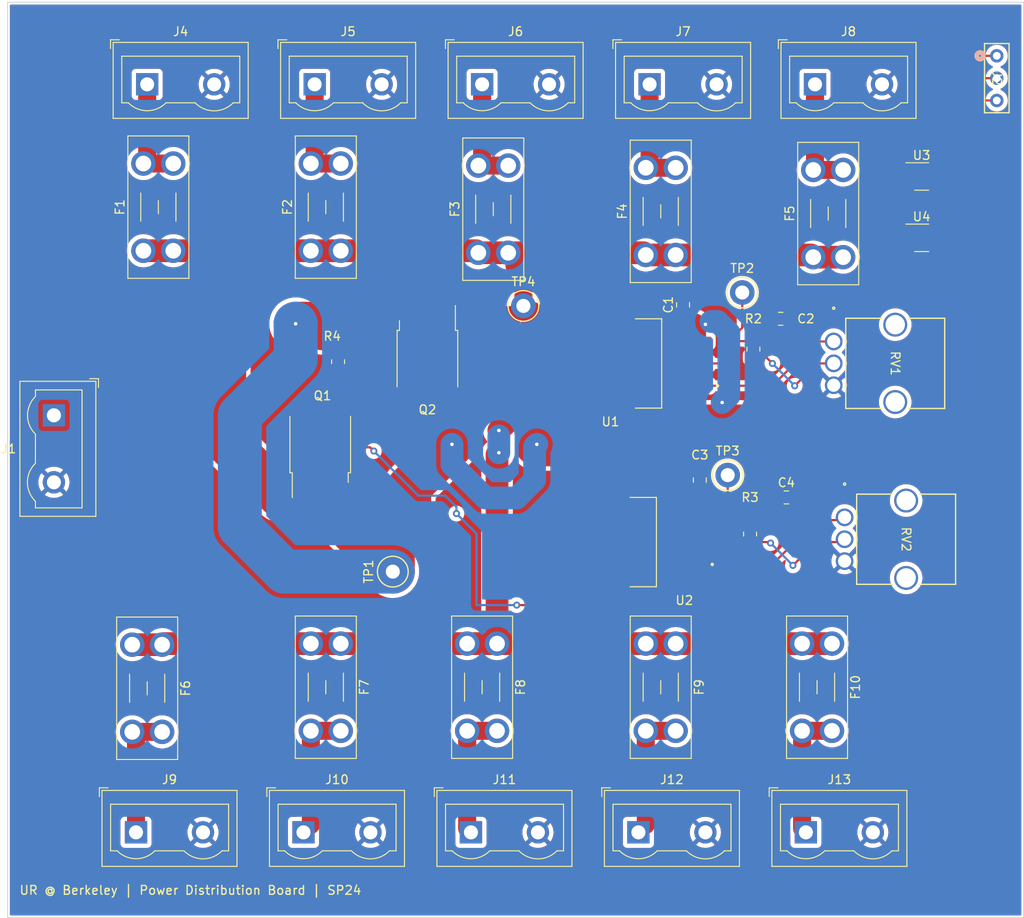
<source format=kicad_pcb>
(kicad_pcb (version 20221018) (generator pcbnew)
  (layers (0 "F.Cu" jumper) (31 "B.Cu" mixed) (34 "B.Paste" user) (35 "F.Paste" user) (36 "B.SilkS" user "B.Silkscreen") (37 "F.SilkS" user "F.Silkscreen") (38 "B.Mask" user) (39 "F.Mask" user) (44 "Edge.Cuts" user))
  (net 0 "")
  (net 1 "Fuse_V_Bat")
  (net 2 "GND")
  (net 3 "+3.3V")
  (net 4 "+5V")
  (net 5 "V_ESC")
  (net 6 "Net-(J4-Pin_1)")
  (net 7 "Net-(J5-Pin_1)")
  (net 8 "Net-(J6-Pin_1)")
  (net 9 "Net-(J7-Pin_1)")
  (net 10 "Net-(J8-Pin_1)")
  (net 11 "Net-(J9-Pin_1)")
  (net 12 "Net-(J10-Pin_1)")
  (net 13 "Net-(J11-Pin_1)")
  (net 14 "Net-(J12-Pin_1)")
  (net 15 "Net-(J13-Pin_1)")
  (net 16 "/Kill Switch")
  (net 17 "Temp_1_Output")
  (net 18 "Temp_2_Output")
  (net 19 "/Virtual_Switch")
  (net 20 "Net-(Q2-G)")
  (net 21 "Net-(R2-Pad2)")
  (net 22 "Net-(R3-Pad2)")
  (net 23 "Net-(U1-ADJ)")
  (net 24 "Net-(U2-ADJ)")
  (footprint "Resistor_SMD:R_0805_2012Metric" (layer "F.Cu") (at 173.736 77.5625 -90)
    (fp_text reference "R2" (at -3.4525 0 -180) (layer "F.SilkS"))
    (fp_text value "100 Ohm")
    (pad "1" smd roundrect (at -0.9125 0 270) (size 1.025 1.4) (layers "F.Cu" "F.Paste" "F.Mask") (roundrect_rratio 0.243902439) (net 3 "+3.3V"))
    (pad "2" smd roundrect (at 0.9125 0 270) (size 1.025 1.4) (layers "F.Cu" "F.Paste" "F.Mask") (roundrect_rratio 0.243902439) (net 21 "Net-(R2-Pad2)"))
  )
  (footprint "Fuse:Fuseholder_Blade_Mini_Keystone_3568" (layer "F.Cu") (at 106.475 111.18 -90)
    (fp_text reference "F6" (at 4.96 -2.67 90) (layer "F.SilkS"))
    (fp_text value "3568")
    (pad "1" thru_hole circle (at 0 0 270) (size 2.78 2.78) (drill 1.78) (layers "*.Cu" "*.Mask") (net 5 "V_ESC"))
    (pad "1" thru_hole circle (at 0 3.4 270) (size 2.78 2.78) (drill 1.78) (layers "*.Cu" "*.Mask") (net 5 "V_ESC"))
    (pad "2" thru_hole circle (at 9.92 0 270) (size 2.78 2.78) (drill 1.78) (layers "*.Cu" "*.Mask") (net 11 "Net-(J9-Pin_1)"))
    (pad "2" thru_hole circle (at 9.92 3.4 270) (size 2.78 2.78) (drill 1.78) (layers "*.Cu" "*.Mask") (net 11 "Net-(J9-Pin_1)"))
  )
  (footprint "Resistor_SMD:R_0805_2012Metric" (layer "F.Cu") (at 173.355 98.5975 -90)
    (fp_text reference "R3" (at -4.1675 0 -180) (layer "F.SilkS"))
    (fp_text value "100 Ohm")
    (pad "1" smd roundrect (at -0.9125 0 270) (size 1.025 1.4) (layers "F.Cu" "F.Paste" "F.Mask") (roundrect_rratio 0.243902439) (net 4 "+5V"))
    (pad "2" smd roundrect (at 0.9125 0 270) (size 1.025 1.4) (layers "F.Cu" "F.Paste" "F.Mask") (roundrect_rratio 0.243902439) (net 22 "Net-(R3-Pad2)"))
  )
  (footprint "TerminalBlock:TerminalBlock_Wuerth_691311400102_P7.62mm" (layer "F.Cu") (at 141.605 132.53)
    (fp_text reference "J11" (at 3.81 -6) (layer "F.SilkS"))
    (fp_text value "Screw_Terminal_01x02")
    (pad "1" thru_hole rect (at 0 0) (size 2.54 2.54) (drill 1.6) (layers "*.Cu" "*.Mask") (net 13 "Net-(J11-Pin_1)"))
    (pad "2" thru_hole circle (at 7.62 0) (size 2.54 2.54) (drill 1.6) (layers "*.Cu" "*.Mask") (net 2 "GND"))
  )
  (footprint "Resistor_SMD:R_0805_2012Metric" (layer "F.Cu") (at 126.492 78.994 90)
    (fp_text reference "R4" (at 2.8975 -0.67 180) (layer "F.SilkS"))
    (fp_text value "100 Ohm")
    (pad "1" smd roundrect (at -0.9125 0 90) (size 1.025 1.4) (layers "F.Cu" "F.Paste" "F.Mask") (roundrect_rratio 0.243902439) (net 20 "Net-(Q2-G)"))
    (pad "2" smd roundrect (at 0.9125 0 90) (size 1.025 1.4) (layers "F.Cu" "F.Paste" "F.Mask") (roundrect_rratio 0.243902439) (net 1 "Fuse_V_Bat"))
  )
  (footprint "Fuse:Fuseholder_Blade_Mini_Keystone_3568" (layer "F.Cu") (at 164.895 111.06 -90)
    (fp_text reference "F9" (at 4.96 -2.67 90) (layer "F.SilkS"))
    (fp_text value "3568")
    (pad "1" thru_hole circle (at 0 0 270) (size 2.78 2.78) (drill 1.78) (layers "*.Cu" "*.Mask") (net 5 "V_ESC"))
    (pad "1" thru_hole circle (at 0 3.4 270) (size 2.78 2.78) (drill 1.78) (layers "*.Cu" "*.Mask") (net 5 "V_ESC"))
    (pad "2" thru_hole circle (at 9.92 0 270) (size 2.78 2.78) (drill 1.78) (layers "*.Cu" "*.Mask") (net 14 "Net-(J12-Pin_1)"))
    (pad "2" thru_hole circle (at 9.92 3.4 270) (size 2.78 2.78) (drill 1.78) (layers "*.Cu" "*.Mask") (net 14 "Net-(J12-Pin_1)"))
  )
  (footprint "TerminalBlock:TerminalBlock_Wuerth_691311400102_P7.62mm" (layer "F.Cu") (at 179.705 132.53)
    (fp_text reference "J13" (at 3.81 -6) (layer "F.SilkS"))
    (fp_text value "Screw_Terminal_01x02")
    (pad "1" thru_hole rect (at 0 0) (size 2.54 2.54) (drill 1.6) (layers "*.Cu" "*.Mask") (net 15 "Net-(J13-Pin_1)"))
    (pad "2" thru_hole circle (at 7.62 0) (size 2.54 2.54) (drill 1.6) (layers "*.Cu" "*.Mask") (net 2 "GND"))
  )
  (footprint "TerminalBlock:TerminalBlock_Wuerth_691311400102_P7.62mm" (layer "F.Cu") (at 103.505 132.53)
    (fp_text reference "J9" (at 3.81 -6) (layer "F.SilkS"))
    (fp_text value "Screw_Terminal_01x02")
    (pad "1" thru_hole rect (at 0 0) (size 2.54 2.54) (drill 1.6) (layers "*.Cu" "*.Mask") (net 11 "Net-(J9-Pin_1)"))
    (pad "2" thru_hole circle (at 7.62 0) (size 2.54 2.54) (drill 1.6) (layers "*.Cu" "*.Mask") (net 2 "GND"))
  )
  (footprint "TerminalBlock:TerminalBlock_Wuerth_691311400102_P7.62mm" (layer "F.Cu") (at 122.555 132.53)
    (fp_text reference "J10" (at 3.81 -6) (layer "F.SilkS"))
    (fp_text value "Screw_Terminal_01x02")
    (pad "1" thru_hole rect (at 0 0) (size 2.54 2.54) (drill 1.6) (layers "*.Cu" "*.Mask") (net 12 "Net-(J10-Pin_1)"))
    (pad "2" thru_hole circle (at 7.62 0) (size 2.54 2.54) (drill 1.6) (layers "*.Cu" "*.Mask") (net 2 "GND"))
  )
  (footprint "Capacitor_SMD:C_0805_2012Metric" (layer "F.Cu") (at 165.735 72.52 90)
    (fp_text reference "C1" (at 0 -1.68 90) (layer "F.SilkS"))
    (fp_text value "10 uF")
    (pad "1" smd roundrect (at -0.95 0 90) (size 1 1.45) (layers "F.Cu" "F.Paste" "F.Mask") (net 1 "Fuse_V_Bat"))
    (pad "2" smd roundrect (at 0.95 0 90) (size 1 1.45) (layers "F.Cu" "F.Paste" "F.Mask") (net 2 "GND"))
  )
  (footprint "TerminalBlock:TerminalBlock_Wuerth_691311400102_P7.62mm" (layer "F.Cu") (at 180.745 47.44)
    (fp_text reference "J8" (at 3.81 -6) (layer "F.SilkS"))
    (fp_text value "Screw_Terminal_01x02")
    (pad "1" thru_hole rect (at 0 0) (size 2.54 2.54) (drill 1.6) (layers "*.Cu" "*.Mask") (net 10 "Net-(J8-Pin_1)"))
    (pad "2" thru_hole circle (at 7.62 0) (size 2.54 2.54) (drill 1.6) (layers "*.Cu" "*.Mask") (net 2 "GND"))
  )
  (footprint "Fuse:Fuseholder_Blade_Mini_Keystone_3568" (layer "F.Cu") (at 144.575 111.06 -90)
    (fp_text reference "F8" (at 4.96 -2.67 90) (layer "F.SilkS"))
    (fp_text value "3568")
    (pad "1" thru_hole circle (at 0 0 270) (size 2.78 2.78) (drill 1.78) (layers "*.Cu" "*.Mask") (net 5 "V_ESC"))
    (pad "1" thru_hole circle (at 0 3.4 270) (size 2.78 2.78) (drill 1.78) (layers "*.Cu" "*.Mask") (net 5 "V_ESC"))
    (pad "2" thru_hole circle (at 9.92 0 270) (size 2.78 2.78) (drill 1.78) (layers "*.Cu" "*.Mask") (net 13 "Net-(J11-Pin_1)"))
    (pad "2" thru_hole circle (at 9.92 3.4 270) (size 2.78 2.78) (drill 1.78) (layers "*.Cu" "*.Mask") (net 13 "Net-(J11-Pin_1)"))
  )
  (footprint "TestPoint:TestPoint_Keystone_5005-5009_Compact" (layer "F.Cu") (at 147.574 72.644)
    (fp_text reference "TP4" (at 0 -2.75) (layer "F.SilkS"))
    (fp_text value "TestPoint")
    (pad "1" thru_hole circle (at 0 0) (size 2.8 2.8) (drill 1.6) (layers "*.Cu" "*.Mask") (net 5 "V_ESC"))
  )
  (footprint "TerminalBlock:TerminalBlock_Wuerth_691311400102_P7.62mm" (layer "F.Cu") (at 160.655 132.53)
    (fp_text reference "J12" (at 3.81 -6) (layer "F.SilkS"))
    (fp_text value "Screw_Terminal_01x02")
    (pad "1" thru_hole rect (at 0 0) (size 2.54 2.54) (drill 1.6) (layers "*.Cu" "*.Mask") (net 14 "Net-(J12-Pin_1)"))
    (pad "2" thru_hole circle (at 7.62 0) (size 2.54 2.54) (drill 1.6) (layers "*.Cu" "*.Mask") (net 2 "GND"))
  )
  (footprint "PTV:PTV09A-4015F-B104_BRN" (layer "F.Cu") (at 184.109614 96.6978 -90)
    (fp_text reference "RV2" (at 2.4892 -6.999986 -90 unlocked) (layer "F.SilkS"))
    (fp_text value "R_Potentiometer")
    (pad "1" thru_hole circle (at 0 0 270) (size 2.0066 2.0066) (drill 1.4986) (layers "*.Cu" "*.Mask") (net 24 "Net-(U2-ADJ)"))
    (pad "2" thru_hole circle (at 2.4892 0 270) (size 2.0066 2.0066) (drill 1.4986) (layers "*.Cu" "*.Mask") (net 22 "Net-(R3-Pad2)"))
    (pad "3" thru_hole circle (at 4.9784 0 270) (size 2.0066 2.0066) (drill 1.4986) (layers "*.Cu" "*.Mask") (net 2 "GND"))
    (pad "4" thru_hole circle (at -1.911 -7 270) (size 2.7178 2.7178) (drill 2.2098) (layers "*.Cu" "*.Mask"))
    (pad "5" thru_hole circle (at 6.8894 -7 270) (size 2.7178 2.7178) (drill 2.2098) (layers "*.Cu" "*.Mask"))
  )
  (footprint "LM1085ISX_ADJ_NOPB (1):TO254P1524X483-4N" (layer "F.Cu") (at 160.055 99.51 180)
    (fp_text reference "U2" (at -5.825 -6.635) (layer "F.SilkS"))
    (fp_text value "LM1085-ADJ")
    (pad "1" smd roundrect (at -6.4 -2.54 180) (size 3.79 0.99) (layers "F.Cu" "F.Paste" "F.Mask") (roundrect_rratio 0.12) (net 24 "Net-(U2-ADJ)"))
    (pad "2" smd roundrect (at -6.4 0 180) (size 3.79 0.99) (layers "F.Cu" "F.Paste" "F.Mask") (roundrect_rratio 0.12) (net 4 "+5V"))
    (pad "3" smd roundrect (at -6.4 2.54 180) (size 3.79 0.99) (layers "F.Cu" "F.Paste" "F.Mask") (roundrect_rratio 0.12) (net 1 "Fuse_V_Bat"))
    (pad "4" smd rect (at 4.48 0 180) (size 7.62 10.84) (layers "F.Cu" "F.Mask"))
  )
  (footprint "TestPoint:TestPoint_Keystone_5005-5009_Compact" (layer "F.Cu") (at 170.815 91.89)
    (fp_text reference "TP3" (at 0 -2.75) (layer "F.SilkS"))
    (fp_text value "TestPoint")
    (pad "1" thru_hole circle (at 0 0) (size 2.8 2.8) (drill 1.6) (layers "*.Cu" "*.Mask") (net 4 "+5V"))
  )
  (footprint "TestPoint:TestPoint_Keystone_5005-5009_Compact" (layer "F.Cu") (at 132.715 102.87 90)
    (fp_text reference "TP1" (at 0 -2.75 90) (layer "F.SilkS"))
    (fp_text value "TestPoint")
    (pad "1" thru_hole circle (at 0 0 90) (size 2.8 2.8) (drill 1.6) (layers "*.Cu" "*.Mask") (net 1 "Fuse_V_Bat"))
  )
  (footprint "Capacitor_SMD:C_0805_2012Metric" (layer "F.Cu") (at 176.845 74.11)
    (fp_text reference "C2" (at 2.86 0 180) (layer "F.SilkS"))
    (fp_text value "10 uF")
    (pad "1" smd roundrect (at -0.95 0) (size 1 1.45) (layers "F.Cu" "F.Paste" "F.Mask") (net 3 "+3.3V"))
    (pad "2" smd roundrect (at 0.95 0) (size 1 1.45) (layers "F.Cu" "F.Paste" "F.Mask") (net 2 "GND"))
  )
  (footprint "Capacitor_SMD:C_0805_2012Metric" (layer "F.Cu") (at 177.485 94.43)
    (fp_text reference "C4" (at 0 -1.68) (layer "F.SilkS"))
    (fp_text value "10 uF")
    (pad "1" smd roundrect (at -0.95 0) (size 1 1.45) (layers "F.Cu" "F.Paste" "F.Mask") (net 4 "+5V"))
    (pad "2" smd roundrect (at 0.95 0) (size 1 1.45) (layers "F.Cu" "F.Paste" "F.Mask") (net 2 "GND"))
  )
  (footprint "TerminalBlock:TerminalBlock_Wuerth_691311400102_P7.62mm" (layer "F.Cu") (at 142.875 47.44)
    (fp_text reference "J6" (at 3.81 -6) (layer "F.SilkS"))
    (fp_text value "Screw_Terminal_01x02")
    (pad "1" thru_hole rect (at 0 0) (size 2.54 2.54) (drill 1.6) (layers "*.Cu" "*.Mask") (net 8 "Net-(J6-Pin_1)"))
    (pad "2" thru_hole circle (at 7.62 0) (size 2.54 2.54) (drill 1.6) (layers "*.Cu" "*.Mask") (net 2 "GND"))
  )
  (footprint "Fuse:Fuseholder_Blade_Mini_Keystone_3568" (layer "F.Cu") (at 161.495 66.85 90)
    (fp_text reference "F4" (at 4.96 -2.67 90) (layer "F.SilkS"))
    (fp_text value "3568")
    (pad "1" thru_hole circle (at 0 0 90) (size 2.78 2.78) (drill 1.78) (layers "*.Cu" "*.Mask") (net 5 "V_ESC"))
    (pad "1" thru_hole circle (at 0 3.4 90) (size 2.78 2.78) (drill 1.78) (layers "*.Cu" "*.Mask") (net 5 "V_ESC"))
    (pad "2" thru_hole circle (at 9.92 0 90) (size 2.78 2.78) (drill 1.78) (layers "*.Cu" "*.Mask") (net 9 "Net-(J7-Pin_1)"))
    (pad "2" thru_hole circle (at 9.92 3.4 90) (size 2.78 2.78) (drill 1.78) (layers "*.Cu" "*.Mask") (net 9 "Net-(J7-Pin_1)"))
  )
  (footprint "Fuse:Fuseholder_Blade_Mini_Keystone_3568" (layer "F.Cu") (at 104.345 66.37 90)
    (fp_text reference "F1" (at 4.96 -2.67 90) (layer "F.SilkS"))
    (fp_text value "3568")
    (pad "1" thru_hole circle (at 0 0 90) (size 2.78 2.78) (drill 1.78) (layers "*.Cu" "*.Mask") (net 5 "V_ESC"))
    (pad "1" thru_hole circle (at 0 3.4 90) (size 2.78 2.78) (drill 1.78) (layers "*.Cu" "*.Mask") (net 5 "V_ESC"))
    (pad "2" thru_hole circle (at 9.92 0 90) (size 2.78 2.78) (drill 1.78) (layers "*.Cu" "*.Mask") (net 6 "Net-(J4-Pin_1)"))
    (pad "2" thru_hole circle (at 9.92 3.4 90) (size 2.78 2.78) (drill 1.78) (layers "*.Cu" "*.Mask") (net 6 "Net-(J4-Pin_1)"))
  )
  (footprint "Fuse:Fuseholder_Blade_Mini_Keystone_3568" (layer "F.Cu") (at 180.545 67.1 90)
    (fp_text reference "F5" (at 4.96 -2.67 90) (layer "F.SilkS"))
    (fp_text value "3568")
    (pad "1" thru_hole circle (at 0 0 90) (size 2.78 2.78) (drill 1.78) (layers "*.Cu" "*.Mask") (net 5 "V_ESC"))
    (pad "1" thru_hole circle (at 0 3.4 90) (size 2.78 2.78) (drill 1.78) (layers "*.Cu" "*.Mask") (net 5 "V_ESC"))
    (pad "2" thru_hole circle (at 9.92 0 90) (size 2.78 2.78) (drill 1.78) (layers "*.Cu" "*.Mask") (net 10 "Net-(J8-Pin_1)"))
    (pad "2" thru_hole circle (at 9.92 3.4 90) (size 2.78 2.78) (drill 1.78) (layers "*.Cu" "*.Mask") (net 10 "Net-(J8-Pin_1)"))
  )
  (footprint "Package_TO_SOT_SMD:TO-252-2" (layer "F.Cu") (at 136.652 78.74 -90)
    (fp_text reference "Q2" (at 5.715 0) (layer "F.SilkS"))
    (fp_text value "NMOS")
    (pad "1" smd roundrect (at -5.04 -2.28 270) (size 2.2 1.2) (layers "F.Cu" "F.Paste" "F.Mask") (roundrect_rratio 0.2083333333) (net 5 "V_ESC"))
    (pad "2" smd roundrect (at -0.415 -1.525 270) (size 3.05 2.75) (layers "F.Cu" "F.Paste") (roundrect_rratio 0.09090909091) (net 20 "Net-(Q2-G)"))
    (pad "2" smd roundrect (at -0.415 1.525 270) (size 3.05 2.75) (layers "F.Cu" "F.Paste") (roundrect_rratio 0.09090909091) (net 20 "Net-(Q2-G)"))
    (pad "2" smd roundrect (at 1.26 0 270) (size 6.4 5.8) (layers "F.Cu" "F.Mask") (roundrect_rratio 0.04310293103) (net 20 "Net-(Q2-G)"))
    (pad "2" smd roundrect (at 2.935 -1.525 270) (size 3.05 2.75) (layers "F.Cu" "F.Paste") (roundrect_rratio 0.09090909091) (net 20 "Net-(Q2-G)"))
    (pad "2" smd roundrect (at 2.935 1.525 270) (size 3.05 2.75) (layers "F.Cu" "F.Paste") (roundrect_rratio 0.09090909091) (net 20 "Net-(Q2-G)"))
    (pad "3" smd roundrect (at -5.04 2.28 270) (size 2.2 1.2) (layers "F.Cu" "F.Paste" "F.Mask") (roundrect_rratio 0.2083333333) (net 1 "Fuse_V_Bat"))
  )
  (footprint "Package_TO_SOT_SMD:SOT-23-3" (layer "F.Cu") (at 192.8725 57.92)
    (fp_text reference "U3" (at 0 -2.4) (layer "F.SilkS"))
    (fp_text value "MCP9700x-ETT")
    (pad "1" smd roundrect (at -1.1375 -0.95) (size 1.325 0.6) (layers "F.Cu" "F.Paste" "F.Mask") (net 3 "+3.3V"))
    (pad "2" smd roundrect (at -1.1375 0.95) (size 1.325 0.6) (layers "F.Cu" "F.Paste" "F.Mask") (net 17 "Temp_1_Output"))
    (pad "3" smd roundrect (at 1.1375 0) (size 1.325 0.6) (layers "F.Cu" "F.Paste" "F.Mask") (net 2 "GND"))
  )
  (footprint "Fuse:Fuseholder_Blade_Mini_Keystone_3568" (layer "F.Cu") (at 126.795 111.06 -90)
    (fp_text reference "F7" (at 4.96 -2.67 90) (layer "F.SilkS"))
    (fp_text value "3568")
    (pad "1" thru_hole circle (at 0 0 270) (size 2.78 2.78) (drill 1.78) (layers "*.Cu" "*.Mask") (net 5 "V_ESC"))
    (pad "1" thru_hole circle (at 0 3.4 270) (size 2.78 2.78) (drill 1.78) (layers "*.Cu" "*.Mask") (net 5 "V_ESC"))
    (pad "2" thru_hole circle (at 9.92 0 270) (size 2.78 2.78) (drill 1.78) (layers "*.Cu" "*.Mask") (net 12 "Net-(J10-Pin_1)"))
    (pad "2" thru_hole circle (at 9.92 3.4 270) (size 2.78 2.78) (drill 1.78) (layers "*.Cu" "*.Mask") (net 12 "Net-(J10-Pin_1)"))
  )
  (footprint "TestPoint:TestPoint_Keystone_5005-5009_Compact" (layer "F.Cu") (at 172.466 71.12)
    (fp_text reference "TP2" (at 0 -2.75) (layer "F.SilkS"))
    (fp_text value "TestPoint")
    (pad "1" thru_hole circle (at 0 0) (size 2.8 2.8) (drill 1.6) (layers "*.Cu" "*.Mask") (net 3 "+3.3V"))
  )
  (footprint "LM1085ISX_ADJ_NOPB (1):TO254P1524X483-4N" (layer "F.Cu") (at 160.655 79.19 180)
    (fp_text reference "U1" (at 3.175 -6.635) (layer "F.SilkS"))
    (fp_text value "LM1085-ADJ")
    (pad "1" smd roundrect (at -6.4 -2.54 180) (size 3.79 0.99) (layers "F.Cu" "F.Paste" "F.Mask") (roundrect_rratio 0.12) (net 23 "Net-(U1-ADJ)"))
    (pad "2" smd roundrect (at -6.4 0 180) (size 3.79 0.99) (layers "F.Cu" "F.Paste" "F.Mask") (roundrect_rratio 0.12) (net 3 "+3.3V"))
    (pad "3" smd roundrect (at -6.4 2.54 180) (size 3.79 0.99) (layers "F.Cu" "F.Paste" "F.Mask") (roundrect_rratio 0.12) (net 1 "Fuse_V_Bat"))
    (pad "4" smd rect (at 4.48 0 180) (size 7.62 10.84) (layers "F.Cu" "F.Mask"))
  )
  (footprint "Package_TO_SOT_SMD:SOT-23-3" (layer "F.Cu") (at 192.8725 64.9)
    (fp_text reference "U4" (at 0 -2.4) (layer "F.SilkS"))
    (fp_text value "MCP9700x-ETT")
    (pad "1" smd roundrect (at -1.1375 -0.95) (size 1.325 0.6) (layers "F.Cu" "F.Paste" "F.Mask") (net 3 "+3.3V"))
    (pad "2" smd roundrect (at -1.1375 0.95) (size 1.325 0.6) (layers "F.Cu" "F.Paste" "F.Mask") (net 18 "Temp_2_Output"))
    (pad "3" smd roundrect (at 1.1375 0) (size 1.325 0.6) (layers "F.Cu" "F.Paste" "F.Mask") (net 2 "GND"))
  )
  (footprint "TerminalBlock:TerminalBlock_Wuerth_691311400102_P7.62mm" (layer "F.Cu") (at 94.165 85.09 -90)
    (fp_text reference "J1" (at 3.81 5.15 -180) (layer "F.SilkS"))
    (fp_text value "Screw_Terminal_01x02")
    (pad "1" thru_hole rect (at 0 0 270) (size 2.54 2.54) (drill 1.6) (layers "*.Cu" "*.Mask") (net 16 "/Kill Switch"))
    (pad "2" thru_hole circle (at 7.62 0 270) (size 2.54 2.54) (drill 1.6) (layers "*.Cu" "*.Mask") (net 2 "GND"))
  )
  (footprint "Capacitor_SMD:C_0805_2012Metric" (layer "F.Cu") (at 167.64 92.456 90)
    (fp_text reference "C3" (at 2.855 0 180) (layer "F.SilkS"))
    (fp_text value "10 uF")
    (pad "1" smd roundrect (at -0.95 0 90) (size 1 1.45) (layers "F.Cu" "F.Paste" "F.Mask") (net 1 "Fuse_V_Bat"))
    (pad "2" smd roundrect (at 0.95 0 90) (size 1 1.45) (layers "F.Cu" "F.Paste" "F.Mask") (net 2 "GND"))
  )
  (footprint "TerminalBlock:TerminalBlock_Wuerth_691311400102_P7.62mm" (layer "F.Cu") (at 123.825 47.44)
    (fp_text reference "J5" (at 3.81 -6) (layer "F.SilkS"))
    (fp_text value "Screw_Terminal_01x02")
    (pad "1" thru_hole rect (at 0 0) (size 2.54 2.54) (drill 1.6) (layers "*.Cu" "*.Mask") (net 7 "Net-(J5-Pin_1)"))
    (pad "2" thru_hole circle (at 7.62 0) (size 2.54 2.54) (drill 1.6) (layers "*.Cu" "*.Mask") (net 2 "GND"))
  )
  (footprint "Fuse:Fuseholder_Blade_Mini_Keystone_3568" (layer "F.Cu") (at 182.675 111.06 -90)
    (fp_text reference "F10" (at 4.96 -2.67 90) (layer "F.SilkS"))
    (fp_text value "3568")
    (pad "1" thru_hole circle (at 0 0 270) (size 2.78 2.78) (drill 1.78) (layers "*.Cu" "*.Mask") (net 5 "V_ESC"))
    (pad "1" thru_hole circle (at 0 3.4 270) (size 2.78 2.78) (drill 1.78) (layers "*.Cu" "*.Mask") (net 5 "V_ESC"))
    (pad "2" thru_hole circle (at 9.92 0 270) (size 2.78 2.78) (drill 1.78) (layers "*.Cu" "*.Mask") (net 15 "Net-(J13-Pin_1)"))
    (pad "2" thru_hole circle (at 9.92 3.4 270) (size 2.78 2.78) (drill 1.78) (layers "*.Cu" "*.Mask") (net 15 "Net-(J13-Pin_1)"))
  )
  (footprint "3Connector:CON3_1X3_TU_SLW_SAI" (layer "F.Cu") (at 201.422 46.736 -90)
    (fp_text reference "J2" (at 0 0 -90 unlocked) (layer "F.SilkS"))
    (fp_text value "Conn_01x03")
    (pad "1" thru_hole circle (at -2.54 0) (size 1.524 1.524) (drill 0.889) (layers "*.Cu" "*.Mask") (net 17 "Temp_1_Output"))
    (pad "2" thru_hole circle (at 0 0) (size 1.524 1.524) (drill 0.889) (layers "*.Cu" "*.Mask") (net 18 "Temp_2_Output"))
    (pad "3" thru_hole circle (at 2.54 0) (size 1.524 1.524) (drill 0.889) (layers "*.Cu" "*.Mask") (net 19 "/Virtual_Switch"))
  )
  (footprint "PTV:PTV09A-4015F-B104_BRN" (layer "F.Cu") (at 182.87 76.69 -90)
    (fp_text reference "RV1" (at 2.4892 -6.999986 -90 unlocked) (layer "F.SilkS"))
    (fp_text value "R_Potentiometer")
    (pad "1" thru_hole circle (at 0 0 270) (size 2.0066 2.0066) (drill 1.4986) (layers "*.Cu" "*.Mask") (net 23 "Net-(U1-ADJ)"))
    (pad "2" thru_hole circle (at 2.4892 0 270) (size 2.0066 2.0066) (drill 1.4986) (layers "*.Cu" "*.Mask") (net 21 "Net-(R2-Pad2)"))
    (pad "3" thru_hole circle (at 4.9784 0 270) (size 2.0066 2.0066) (drill 1.4986) (layers "*.Cu" "*.Mask") (net 2 "GND"))
    (pad "4" thru_hole circle (at -1.911 -7 270) (size 2.7178 2.7178) (drill 2.2098) (layers "*.Cu" "*.Mask"))
    (pad "5" thru_hole circle (at 6.8894 -7 270) (size 2.7178 2.7178) (drill 2.2098) (layers "*.Cu" "*.Mask"))
  )
  (footprint "TerminalBlock:TerminalBlock_Wuerth_691311400102_P7.62mm" (layer "F.Cu") (at 104.775 47.44)
    (fp_text reference "J4" (at 3.81 -6) (layer "F.SilkS"))
    (fp_text value "Screw_Terminal_01x02")
    (pad "1" thru_hole rect (at 0 0) (size 2.54 2.54) (drill 1.6) (layers "*.Cu" "*.Mask") (net 6 "Net-(J4-Pin_1)"))
    (pad "2" thru_hole circle (at 7.62 0) (size 2.54 2.54) (drill 1.6) (layers "*.Cu" "*.Mask") (net 2 "GND"))
  )
  (footprint "Package_TO_SOT_SMD:TO-252-2" (layer "F.Cu") (at 124.46 88.314 90)
    (fp_text reference "Q1" (at 5.45 0.255 180) (layer "F.SilkS"))
    (fp_text value "PMOS")
    (pad "1" smd roundrect (at -5.04 -2.28 90) (size 2.2 1.2) (layers "F.Cu" "F.Paste" "F.Mask") (roundrect_rratio 0.2083333333) (net 16 "/Kill Switch"))
    (pad "2" smd roundrect (at -0.415 -1.525 90) (size 3.05 2.75) (layers "F.Cu" "F.Paste") (roundrect_rratio 0.09090909091) (net 19 "/Virtual_Switch"))
    (pad "2" smd roundrect (at -0.415 1.525 90) (size 3.05 2.75) (layers "F.Cu" "F.Paste") (roundrect_rratio 0.09090909091) (net 19 "/Virtual_Switch"))
    (pad "2" smd roundrect (at 1.26 0 90) (size 6.4 5.8) (layers "F.Cu" "F.Mask") (roundrect_rratio 0.04310293103) (net 19 "/Virtual_Switch"))
    (pad "2" smd roundrect (at 2.935 -1.525 90) (size 3.05 2.75) (layers "F.Cu" "F.Paste") (roundrect_rratio 0.09090909091) (net 19 "/Virtual_Switch"))
    (pad "2" smd roundrect (at 2.935 1.525 90) (size 3.05 2.75) (layers "F.Cu" "F.Paste") (roundrect_rratio 0.09090909091) (net 19 "/Virtual_Switch"))
    (pad "3" smd roundrect (at -5.04 2.28 90) (size 2.2 1.2) (layers "F.Cu" "F.Paste" "F.Mask") (roundrect_rratio 0.2083333333) (net 1 "Fuse_V_Bat"))
  )
  (footprint "Fuse:Fuseholder_Blade_Mini_Keystone_3568" (layer "F.Cu") (at 142.445 66.6 90)
    (fp_text reference "F3" (at 4.96 -2.67 90) (layer "F.SilkS"))
    (fp_text value "3568")
    (pad "1" thru_hole circle (at 0 0 90) (size 2.78 2.78) (drill 1.78) (layers "*.Cu" "*.Mask") (net 5 "V_ESC"))
    (pad "1" thru_hole circle (at 0 3.4 90) (size 2.78 2.78) (drill 1.78) (layers "*.Cu" "*.Mask") (net 5 "V_ESC"))
    (pad "2" thru_hole circle (at 9.92 0 90) (size 2.78 2.78) (drill 1.78) (layers "*.Cu" "*.Mask") (net 8 "Net-(J6-Pin_1)"))
    (pad "2" thru_hole circle (at 9.92 3.4 90) (size 2.78 2.78) (drill 1.78) (layers "*.Cu" "*.Mask") (net 8 "Net-(J6-Pin_1)"))
  )
  (footprint "Fuse:Fuseholder_Blade_Mini_Keystone_3568" (layer "F.Cu") (at 123.395 66.37 90)
    (fp_text reference "F2" (at 4.96 -2.67 90) (layer "F.SilkS"))
    (fp_text value "3568")
    (pad "1" thru_hole circle (at 0 0 90) (size 2.78 2.78) (drill 1.78) (layers "*.Cu" "*.Mask") (net 5 "V_ESC"))
    (pad "1" thru_hole circle (at 0 3.4 90) (size 2.78 2.78) (drill 1.78) (layers "*.Cu" "*.Mask") (net 5 "V_ESC"))
    (pad "2" thru_hole circle (at 9.92 0 90) (size 2.78 2.78) (drill 1.78) (layers "*.Cu" "*.Mask") (net 7 "Net-(J5-Pin_1)"))
    (pad "2" thru_hole circle (at 9.92 3.4 90) (size 2.78 2.78) (drill 1.78) (layers "*.Cu" "*.Mask") (net 7 "Net-(J5-Pin_1)"))
  )
  (footprint "TerminalBlock:TerminalBlock_Wuerth_691311400102_P7.62mm" (layer "F.Cu") (at 161.925 47.44)
    (fp_text reference "J7" (at 3.81 -6) (layer "F.SilkS"))
    (fp_text value "Screw_Terminal_01x02")
    (pad "1" thru_hole rect (at 0 0) (size 2.54 2.54) (drill 1.6) (layers "*.Cu" "*.Mask") (net 9 "Net-(J7-Pin_1)"))
    (pad "2" thru_hole circle (at 7.62 0) (size 2.54 2.54) (drill 1.6) (layers "*.Cu" "*.Mask") (net 2 "GND"))
  )
  (gr_rect (start 88.9 38.1) (end 204.47 142.24) (stroke (width 0.1)) (fill none) (layer "Edge.Cuts"))
  (gr_text "UR @ Berkeley | Power Distribution Board | SP24\n" (at 90.17 139.7) (layer "F.SilkS") (effects (font (size 1 1)) (justify left bottom)))
  (segment (start 127.4045 78.0815) (end 131.826 73.66) (width 0.25) (layer "F.Cu") (net 1))
  (segment (start 166.116 87.884) (end 161.29 87.884) (width 5) (layer "F.Cu") (net 1))
  (segment (start 170.18 84.328) (end 170.18 83.635) (width 0.25) (layer "F.Cu") (net 1))
  (segment (start 132.715 96.901) (end 134.5825 95.0335) (width 5) (layer "F.Cu") (net 1))
  (segment (start 161.29 87.884) (end 161.29 90.17) (width 2.588) (layer "F.Cu") (net 1))
  (segment (start 165.354 93.218) (end 166.455 94.319) (width 2.588) (layer "F.Cu") (net 1))
  (segment (start 167.055 74.79) (end 167.055 76.2) (width 2.588) (layer "F.Cu") (net 1))
  (segment (start 161.29 90.17) (end 164.338 93.218) (width 2.588) (layer "F.Cu") (net 1))
  (segment (start 172.212 86.36) (end 170.18 84.328) (width 0.25) (layer "F.Cu") (net 1))
  (segment (start 167.0075 74.7425) (end 167.01 74.745) (width 0.25) (layer "F.Cu") (net 1))
  (segment (start 126.492 78.0815) (end 127.4045 78.0815) (width 0.25) (layer "F.Cu") (net 1))
  (segment (start 149.098 88.392) (end 160.782 88.392) (width 5) (layer "F.Cu") (net 1))
  (segment (start 160.782 88.392) (end 161.29 87.884) (width 2.588) (layer "F.Cu") (net 1))
  (segment (start 165.735 73.47) (end 167.0075 74.7425) (width 0.25) (layer "F.Cu") (net 1))
  (segment (start 167.64 86.36) (end 166.116 87.884) (width 5) (layer "F.Cu") (net 1))
  (segment (start 172.212 86.36) (end 167.64 86.36) (width 5) (layer "F.Cu") (net 1))
  (segment (start 134.5825 93.2555) (end 139.446 88.392) (width 5) (layer "F.Cu") (net 1))
  (segment (start 127.508 96.012) (end 127.508 97.663) (width 5) (layer "F.Cu") (net 1))
  (segment (start 127.508 97.663) (end 132.715 102.87) (width 5) (layer "F.Cu") (net 1))
  (segment (start 130.556 73.66) (end 127.889 76.327) (width 5) (layer "F.Cu") (net 1))
  (segment (start 124.206 74.676) (end 124.714 75.184) (width 5) (layer "F.Cu") (net 1))
  (segment (start 132.715 102.87) (end 132.715 96.901) (width 5) (layer "F.Cu") (net 1))
  (segment (start 165.735 93.79) (end 165.163 93.218) (width 0.25) (layer "F.Cu") (net 1))
  (segment (start 167.0075 74.7425) (end 167.055 74.79) (width 0.25) (layer "F.Cu") (net 1))
  (segment (start 134.5825 95.0335) (end 134.5825 93.2555) (width 5) (layer "F.Cu") (net 1))
  (segment (start 121.666 74.676) (end 124.206 74.676) (width 5) (layer "F.Cu") (net 1))
  (segment (start 164.338 93.218) (end 165.354 93.218) (width 2.588) (layer "F.Cu") (net 1))
  (segment (start 131.826 73.66) (end 130.556 73.66) (width 5) (layer "F.Cu") (net 1))
  (segment (start 165.163 93.218) (end 164.338 93.218) (width 0.25) (layer "F.Cu") (net 1))
  (segment (start 166.455 94.319) (end 166.455 96.52) (width 2.588) (layer "F.Cu") (net 1))
  (via (at 121.666 74.676) (size 0.8) (drill 0.4) (layers "F.Cu" "B.Cu") (net 1))
  (via (at 149.098 88.392) (size 0.8) (drill 0.4) (layers "F.Cu" "B.Cu") (net 1))
  (via (at 170.18 83.635) (size 0.8) (drill 0.4) (layers "F.Cu" "B.Cu") (net 1))
  (via (at 168.275 74.745) (size 0.8) (drill 0.4) (layers "F.Cu" "B.Cu") (net 1))
  (via (at 139.446 88.392) (size 0.8) (drill 0.4) (layers "F.Cu" "B.Cu") (net 1))
  (segment (start 148.844 88.646) (end 149.098 88.392) (width 2.588) (layer "B.Cu") (net 1))
  (segment (start 121.666 74.676) (end 121.666 74.93) (width 5) (layer "B.Cu") (net 1))
  (segment (start 168.587 74.745) (end 168.91 74.422) (width 0.25) (layer "B.Cu") (net 1))
  (segment (start 132.715 102.87) (end 120.396 102.87) (width 5) (layer "B.Cu") (net 1))
  (segment (start 143.256 94.488) (end 146.812 94.488) (width 2.588) (layer "B.Cu") (net 1))
  (segment (start 115.316 97.79) (end 115.316 85.09) (width 5) (layer "B.Cu") (net 1))
  (segment (start 139.446 88.392) (end 139.446 90.678) (width 2.588) (layer "B.Cu") (net 1))
  (segment (start 146.812 94.488) (end 148.844 92.456) (width 2.588) (layer "B.Cu") (net 1))
  (segment (start 115.316 85.09) (end 121.666 78.74) (width 5) (layer "B.Cu") (net 1))
  (segment (start 168.275 74.745) (end 168.587 74.745) (width 0.25) (layer "B.Cu") (net 1))
  (segment (start 170.942 82.873) (end 170.18 83.635) (width 2.588) (layer "B.Cu") (net 1))
  (segment (start 139.446 90.678) (end 143.256 94.488) (width 2.588) (layer "B.Cu") (net 1))
  (segment (start 168.91 74.422) (end 169.672 74.422) (width 2.588) (layer "B.Cu") (net 1))
  (segment (start 148.844 92.456) (end 148.844 88.646) (width 2.588) (layer "B.Cu") (net 1))
  (segment (start 170.942 75.692) (end 170.942 82.873) (width 2.588) (layer "B.Cu") (net 1))
  (segment (start 169.672 74.422) (end 170.942 75.692) (width 2.588) (layer "B.Cu") (net 1))
  (segment (start 121.666 78.74) (end 121.666 74.676) (width 5) (layer "B.Cu") (net 1))
  (segment (start 120.396 102.87) (end 115.316 97.79) (width 5) (layer "B.Cu") (net 1))
  (segment (start 167.64 91.506) (end 168.148 90.998) (width 0.25) (layer "F.Cu") (net 2))
  (segment (start 168.148 90.998) (end 168.148 90.424) (width 0.25) (layer "F.Cu") (net 2))
  (segment (start 191.735 63.95) (end 189.865 62.08) (width 0.25) (layer "F.Cu") (net 3))
  (segment (start 189.865 62.045) (end 189.865 57.6) (width 0.25) (layer "F.Cu") (net 3))
  (segment (start 170.815 79.19) (end 167.055 79.19) (width 0.25) (layer "F.Cu") (net 3))
  (segment (start 170.815 76.65) (end 170.815 79.19) (width 0.25) (layer "F.Cu") (net 3))
  (segment (start 186.055 71.57) (end 186.69 70.935) (width 0.25) (layer "F.Cu") (net 3))
  (segment (start 175.895 74.11) (end 175.895 76.65) (width 0.25) (layer "F.Cu") (net 3))
  (segment (start 172.466 75.126) (end 172.466 71.12) (width 0.25) (layer "F.Cu") (net 3))
  (segment (start 176.53 71.57) (end 186.055 71.57) (width 0.25) (layer "F.Cu") (net 3))
  (segment (start 175.895 74.11) (end 175.895 72.205) (width 0.25) (layer "F.Cu") (net 3))
  (segment (start 189.865 62.08) (end 189.865 62.045) (width 0.25) (layer "F.Cu") (net 3))
  (segment (start 175.895 72.205) (end 176.53 71.57) (width 0.25) (layer "F.Cu") (net 3))
  (segment (start 175.895 76.65) (end 170.942 76.65) (width 0.25) (layer "F.Cu") (net 3))
  (segment (start 186.69 62.045) (end 189.865 62.045) (width 0.25) (layer "F.Cu") (net 3))
  (segment (start 189.865 57.6) (end 190.495 56.97) (width 0.25) (layer "F.Cu") (net 3))
  (segment (start 186.69 70.935) (end 186.69 62.045) (width 0.25) (layer "F.Cu") (net 3))
  (segment (start 190.495 56.97) (end 191.735 56.97) (width 0.25) (layer "F.Cu") (net 3))
  (segment (start 170.942 76.65) (end 172.466 75.126) (width 0.25) (layer "F.Cu") (net 3))
  (segment (start 170.815 96.97) (end 170.815 91.89) (width 0.25) (layer "F.Cu") (net 4))
  (segment (start 173.355 97.685) (end 170.815 97.685) (width 0.25) (layer "F.Cu") (net 4))
  (segment (start 170.815 99.51) (end 170.815 96.97) (width 0.25) (layer "F.Cu") (net 4))
  (segment (start 166.455 99.51) (end 170.815 99.51) (width 0.25) (layer "F.Cu") (net 4))
  (segment (start 170.815 97.685) (end 170.815 96.97) (width 0.25) (layer "F.Cu") (net 4))
  (segment (start 173.355 97.685) (end 176.535 97.685) (width 0.25) (layer "F.Cu") (net 4))
  (segment (start 176.535 97.685) (end 176.535 94.43) (width 0.25) (layer "F.Cu") (net 4))
  (segment (start 144.78 86.81) (end 148.59 83) (width 2.588) (layer "F.Cu") (net 5))
  (segment (start 146.518 73.7) (end 147.574 72.644) (width 2.052) (layer "F.Cu") (net 5))
  (segment (start 104.345 66.37) (end 107.745 66.37) (width 2.588) (layer "F.Cu") (net 5))
  (segment (start 142.215 66.37) (end 142.445 66.6) (width 0.25) (layer "F.Cu") (net 5))
  (segment (start 126.795 111.06) (end 141.175 111.06) (width 2.588) (layer "F.Cu") (net 5))
  (segment (start 123.395 111.06) (end 106.595 111.06) (width 2.588) (layer "F.Cu") (net 5))
  (segment (start 144.575 111.06) (end 161.495 111.06) (width 2.588) (layer "F.Cu") (net 5))
  (segment (start 164.895 111.06) (end 179.275 111.06) (width 2.588) (layer "F.Cu") (net 5))
  (segment (start 123.395 111.06) (end 126.795 111.06) (width 2.588) (layer "F.Cu") (net 5))
  (segment (start 123.395 66.37) (end 126.795 66.37) (width 2.588) (layer "F.Cu") (net 5))
  (segment (start 161.495 66.85) (end 164.895 66.85) (width 2.588) (layer "F.Cu") (net 5))
  (segment (start 161.245 66.6) (end 161.495 66.85) (width 0.25) (layer "F.Cu") (net 5))
  (segment (start 107.745 66.37) (end 123.395 66.37) (width 2.588) (layer "F.Cu") (net 5))
  (segment (start 145.845 66.6) (end 150.622 66.6) (width 2.588) (layer "F.Cu") (net 5))
  (segment (start 147.574 69.088) (end 146.558 68.072) (width 2.052) (layer "F.Cu") (net 5))
  (segment (start 144.575 89.555) (end 144.78 89.35) (width 0.25) (layer "F.Cu") (net 5))
  (segment (start 182.955 66.85) (end 183.205 67.1) (width 0.25) (layer "F.Cu") (net 5))
  (segment (start 144.575 111.06) (end 144.575 89.555) (width 2.588) (layer "F.Cu") (net 5))
  (segment (start 138.932 73.7) (end 146.518 73.7) (width 2.052) (layer "F.Cu") (net 5))
  (segment (start 145.845 66.6) (end 142.445 66.6) (width 2.588) (layer "F.Cu") (net 5))
  (segment (start 180.295 66.85) (end 180.545 67.1) (width 0.25) (layer "F.Cu") (net 5))
  (segment (start 103.075 111.18) (end 106.475 111.18) (width 2.588) (layer "F.Cu") (net 5))
  (segment (start 106.595 111.06) (end 106.475 111.18) (width 0.25) (layer "F.Cu") (net 5))
  (segment (start 164.895 66.85) (end 180.295 66.85) (width 2.588) (layer "F.Cu") (net 5))
  (segment (start 126.795 66.37) (end 142.215 66.37) (width 2.588) (layer "F.Cu") (net 5))
  (segment (start 123.275 111.18) (end 123.395 111.06) (width 0.25) (layer "F.Cu") (net 5))
  (segment (start 147.574 72.644) (end 147.574 69.088) (width 2.052) (layer "F.Cu") (net 5))
  (segment (start 148.59 83) (end 148.59 73.475) (width 2.588) (layer "F.Cu") (net 5))
  (segment (start 161.495 111.06) (end 164.895 111.06) (width 2.588) (layer "F.Cu") (net 5))
  (segment (start 150.622 66.6) (end 161.245 66.6) (width 2.588) (layer "F.Cu") (net 5))
  (segment (start 141.175 111.06) (end 144.575 111.06) (width 2.588) (layer "F.Cu") (net 5))
  (segment (start 179.275 111.06) (end 182.675 111.06) (width 2.588) (layer "F.Cu") (net 5))
  (segment (start 183.945 67.1) (end 180.545 67.1) (width 2.588) (layer "F.Cu") (net 5))
  (via (at 144.78 86.81) (size 0.8) (drill 0.4) (layers "F.Cu" "B.Cu") (net 5))
  (via (at 144.78 89.35) (size 0.8) (drill 0.4) (layers "F.Cu" "B.Cu") (net 5))
  (segment (start 144.78 89.35) (end 144.78 87.445) (width 2.588) (layer "B.Cu") (net 5))
  (segment (start 144.78 87.445) (end 144.78 86.81) (width 0.25) (layer "B.Cu") (net 5))
  (segment (start 104.775 56.02) (end 104.345 56.45) (width 0.25) (layer "F.Cu") (net 6))
  (segment (start 104.345 56.45) (end 107.745 56.45) (width 2.052) (layer "F.Cu") (net 6))
  (segment (start 104.775 47.44) (end 104.775 56.02) (width 2.052) (layer "F.Cu") (net 6))
  (segment (start 123.395 56.45) (end 126.795 56.45) (width 2.052) (layer "F.Cu") (net 7))
  (segment (start 122.935 46.89) (end 123.275 46.89) (width 0.25) (layer "F.Cu") (net 7))
  (segment (start 123.825 47.44) (end 123.825 56.02) (width 2.052) (layer "F.Cu") (net 7))
  (segment (start 123.825 56.02) (end 123.395 56.45) (width 0.25) (layer "F.Cu") (net 7))
  (segment (start 142.115 56.35) (end 142.445 56.68) (width 0.25) (layer "F.Cu") (net 8))
  (segment (start 145.845 56.68) (end 142.445 56.68) (width 2.052) (layer "F.Cu") (net 8))
  (segment (start 142.875 56.25) (end 142.445 56.68) (width 0.25) (layer "F.Cu") (net 8))
  (segment (start 142.575 47.14) (end 142.875 47.44) (width 0.25) (layer "F.Cu") (net 8))
  (segment (start 142.875 47.44) (end 142.875 56.25) (width 2.052) (layer "F.Cu") (net 8))
  (segment (start 164.895 56.93) (end 161.495 56.93) (width 2.052) (layer "F.Cu") (net 9))
  (segment (start 161.925 56.5) (end 161.495 56.93) (width 0.25) (layer "F.Cu") (net 9))
  (segment (start 161.925 47.44) (end 161.925 56.5) (width 2.052) (layer "F.Cu") (net 9))
  (segment (start 180.745 56.98) (end 180.545 57.18) (width 0.25) (layer "F.Cu") (net 10))
  (segment (start 180.745 47.44) (end 180.745 56.98) (width 2.052) (layer "F.Cu") (net 10))
  (segment (start 180.545 57.18) (end 183.945 57.18) (width 2.052) (layer "F.Cu") (net 10))
  (segment (start 103.075 121.1) (end 106.475 121.1) (width 2.052) (layer "F.Cu") (net 11))
  (segment (start 103.505 132.53) (end 103.505 121.53) (width 2.052) (layer "F.Cu") (net 11))
  (segment (start 103.505 121.53) (end 103.075 121.1) (width 0.25) (layer "F.Cu") (net 11))
  (segment (start 123.395 131.69) (end 122.555 132.53) (width 0.25) (layer "F.Cu") (net 12))
  (segment (start 123.395 120.98) (end 123.395 131.69) (width 2.052) (layer "F.Cu") (net 12))
  (segment (start 123.395 120.98) (end 126.795 120.98) (width 2.052) (layer "F.Cu") (net 12))
  (segment (start 141.175 120.98) (end 144.575 120.98) (width 2.052) (layer "F.Cu") (net 13))
  (segment (start 141.175 132.1) (end 141.605 132.53) (width 0.25) (layer "F.Cu") (net 13))
  (segment (start 141.175 120.98) (end 141.175 132.1) (width 2.052) (layer "F.Cu") (net 13))
  (segment (start 161.495 120.98) (end 164.895 120.98) (width 2.052) (layer "F.Cu") (net 14))
  (segment (start 161.495 120.98) (end 161.495 131.69) (width 2.052) (layer "F.Cu") (net 14))
  (segment (start 161.495 131.69) (end 160.655 132.53) (width 0.25) (layer "F.Cu") (net 14))
  (segment (start 179.275 132.1) (end 179.705 132.53) (width 0.25) (layer "F.Cu") (net 15))
  (segment (start 179.275 120.98) (end 182.675 120.98) (width 2.052) (layer "F.Cu") (net 15))
  (segment (start 179.275 120.98) (end 179.275 132.1) (width 2.052) (layer "F.Cu") (net 15))
  (segment (start 108.262 77.92) (end 113.538 77.92) (width 5) (layer "F.Cu") (net 16))
  (segment (start 113.538 87.884) (end 119.888 94.234) (width 5) (layer "F.Cu") (net 16))
  (segment (start 101.092 85.09) (end 108.262 77.92) (width 5) (layer "F.Cu") (net 16))
  (segment (start 113.538 77.92) (end 113.538 87.884) (width 5) (layer "F.Cu") (net 16))
  (segment (start 94.165 85.09) (end 101.092 85.09) (width 5) (layer "F.Cu") (net 16))
  (segment (start 191.135 60.775) (end 194.945 60.775) (width 0.25) (layer "F.Cu") (net 17))
  (segment (start 196.088 44.196) (end 201.422 44.196) (width 0.25) (layer "F.Cu") (net 17))
  (segment (start 194.945 60.775) (end 195.326 60.394) (width 0.25) (layer "F.Cu") (net 17))
  (segment (start 191.735 58.87) (end 191.135 59.47) (width 0.25) (layer "F.Cu") (net 17))
  (segment (start 195.326 60.394) (end 195.326 44.958) (width 0.25) (layer "F.Cu") (net 17))
  (segment (start 195.326 44.958) (end 196.088 44.196) (width 0.25) (layer "F.Cu") (net 17))
  (segment (start 191.135 59.47) (end 191.135 60.775) (width 0.25) (layer "F.Cu") (net 17))
  (segment (start 192.405 66.52) (end 192.405 67.76) (width 0.25) (layer "F.Cu") (net 18))
  (segment (start 191.735 65.85) (end 192.405 66.52) (width 0.25) (layer "F.Cu") (net 18))
  (segment (start 194.945 67.76) (end 196.596 66.109) (width 0.25) (layer "F.Cu") (net 18))
  (segment (start 192.405 67.76) (end 194.945 67.76) (width 0.25) (layer "F.Cu") (net 18))
  (segment (start 196.596 66.109) (end 196.596 46.736) (width 0.25) (layer "F.Cu") (net 18))
  (segment (start 196.596 46.736) (end 201.422 46.736) (width 0.25) (layer "F.Cu") (net 18))
  (segment (start 146.812 106.68) (end 197.866 106.68) (width 0.25) (layer "F.Cu") (net 19))
  (segment (start 197.866 50.292) (end 198.882 49.276) (width 0.25) (layer "F.Cu") (net 19))
  (segment (start 130.131 88.729) (end 130.556 89.154) (width 0.25) (layer "F.Cu") (net 19))
  (segment (start 197.866 106.68) (end 197.866 50.292) (width 0.25) (layer "F.Cu") (net 19))
  (segment (start 198.882 49.276) (end 201.422 49.276) (width 0.25) (layer "F.Cu") (net 19))
  (segment (start 125.985 88.729) (end 130.131 88.729) (width 0.25) (layer "F.Cu") (net 19))
  (via (at 146.812 106.68) (size 0.8) (drill 0.4) (layers "F.Cu" "B.Cu") (net 19))
  (via (at 130.556 89.154) (size 0.8) (drill 0.4) (layers "F.Cu" "B.Cu") (net 19))
  (via (at 139.954 96.266) (size 0.8) (drill 0.4) (layers "F.Cu" "B.Cu") (net 19))
  (segment (start 139.954 95.504) (end 139.954 96.266) (width 0.25) (layer "B.Cu") (net 19))
  (segment (start 139.954 96.266) (end 142.24 98.552) (width 0.25) (layer "B.Cu") (net 19))
  (segment (start 130.556 89.154) (end 135.636 94.234) (width 0.25) (layer "B.Cu") (net 19))
  (segment (start 142.24 98.552) (end 142.24 106.68) (width 0.25) (layer "B.Cu") (net 19))
  (segment (start 135.636 94.234) (end 138.684 94.234) (width 0.25) (layer "B.Cu") (net 19))
  (segment (start 142.24 106.68) (end 146.812 106.68) (width 0.25) (layer "B.Cu") (net 19))
  (segment (start 138.684 94.234) (end 139.954 95.504) (width 0.25) (layer "B.Cu") (net 19))
  (segment (start 128.778 81.534) (end 132.588 81.534) (width 5) (layer "F.Cu") (net 20))
  (segment (start 133.3585 80.7635) (end 133.3585 79.9065) (width 5) (layer "F.Cu") (net 20))
  (segment (start 132.588 81.534) (end 133.3585 80.7635) (width 5) (layer "F.Cu") (net 20))
  (segment (start 133.3585 79.9065) (end 135.127 81.675) (width 0.25) (layer "F.Cu") (net 20))
  (segment (start 180.975 79.19) (end 182.87 79.19) (width 0.25) (layer "F.Cu") (net 21))
  (segment (start 178.435 81.73) (end 180.975 79.19) (width 0.25) (layer "F.Cu") (net 21))
  (segment (start 175.18 78.475) (end 175.895 79.19) (width 0.25) (layer "F.Cu") (net 21))
  (segment (start 173.355 78.475) (end 175.18 78.475) (width 0.25) (layer "F.Cu") (net 21))
  (via (at 178.435 81.73) (size 0.8) (drill 0.4) (layers "F.Cu" "B.Cu") (net 21))
  (via (at 175.895 79.19) (size 0.8) (drill 0.4) (layers "F.Cu" "B.Cu") (net 21))
  (segment (start 175.895 79.19) (end 178.435 81.73) (width 0.25) (layer "B.Cu") (net 21))
  (segment (start 178.23 102.16) (end 179.5 100.89) (width 0.25) (layer "F.Cu") (net 22))
  (segment (start 173.355 99.51) (end 175.58 99.51) (width 0.25) (layer "F.Cu") (net 22))
  (segment (start 179.5 100.89) (end 179.5 99.62) (width 0.25) (layer "F.Cu") (net 22))
  (segment (start 179.5 99.62) (end 179.61 99.51) (width 0.25) (layer "F.Cu") (net 22))
  (segment (start 179.61 99.51) (end 183.515 99.51) (width 0.25) (layer "F.Cu") (net 22))
  (segment (start 175.58 99.51) (end 175.69 99.62) (width 0.25) (layer "F.Cu") (net 22))
  (via (at 178.23 102.16) (size 0.8) (drill 0.4) (layers "F.Cu" "B.Cu") (net 22))
  (via (at 175.69 99.62) (size 0.8) (drill 0.4) (layers "F.Cu" "B.Cu") (net 22))
  (segment (start 175.69 99.62) (end 178.23 102.16) (width 0.25) (layer "B.Cu") (net 22))
  (segment (start 178.435 79.19) (end 175.895 81.73) (width 0.25) (layer "F.Cu") (net 23))
  (segment (start 178.475 76.69) (end 178.435 76.73) (width 0.25) (layer "F.Cu") (net 23))
  (segment (start 178.435 76.73) (end 178.435 79.19) (width 0.25) (layer "F.Cu") (net 23))
  (segment (start 175.895 81.73) (end 167.055 81.73) (width 0.25) (layer "F.Cu") (net 23))
  (segment (start 182.87 76.69) (end 178.475 76.69) (width 0.25) (layer "F.Cu") (net 23))
  (segment (start 178.435 99.51) (end 178.435 97.01) (width 0.25) (layer "F.Cu") (net 24))
  (segment (start 178.435 97.01) (end 183.515 97.01) (width 0.25) (layer "F.Cu") (net 24))
  (segment (start 166.455 102.05) (end 175.895 102.05) (width 0.25) (layer "F.Cu") (net 24))
  (segment (start 175.895 102.05) (end 178.435 99.51) (width 0.25) (layer "F.Cu") (net 24))
  (zone (net 2) (net_name "GND") (layer "F.Cu") (connect_pads (clearance 0.5)) (min_thickness 0.25) (fill yes (thermal_gap 0.5) (thermal_bridge_width 0.5))
    (polygon (pts (xy 88.9 38.1) (xy 204.47 38.1) (xy 204.47 142.24) (xy 88.9 142.24)))
  )
  (zone (net 2) (net_name "GND") (layer "B.Cu") (priority 1) (connect_pads (clearance 0.5)) (min_thickness 0.25) (fill yes (thermal_gap 0.5) (thermal_bridge_width 0.5))
    (polygon (pts (xy 89.154 38.1) (xy 204.47 38.1) (xy 204.47 141.986) (xy 88.9 142.24) (xy 88.9 37.846) (xy 88.646 37.846)))
  )
)
</source>
